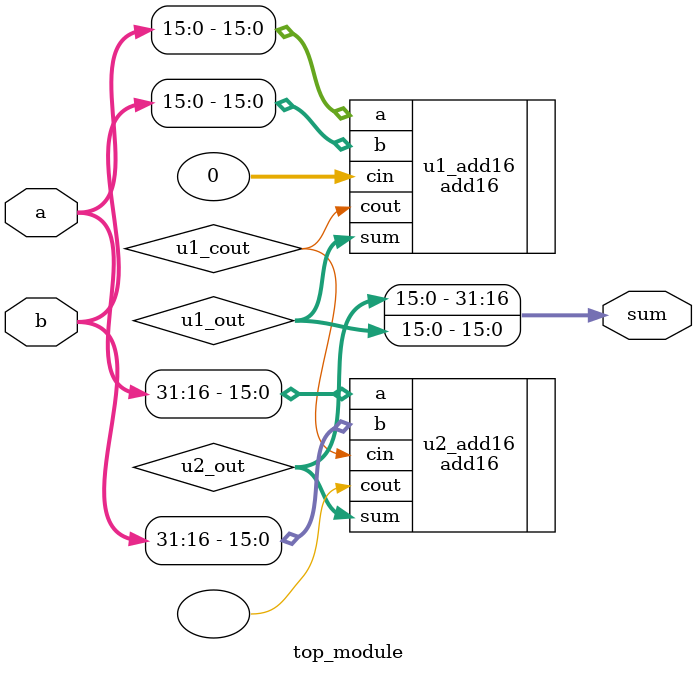
<source format=v>
module top_module(
    input [31:0] a,
    input [31:0] b,
    output [31:0] sum
);

wire u1_cout;
wire [15:0] u1_out;
wire [15:0] u2_out;

add16 u1_add16(
    .cin(0),
    .a(a[15:0]),
    .b(b[15:0]),
    .cout(u1_cout),
    .sum(u1_out)
);

add16 u2_add16(
    .cin(u1_cout),
    .a(a[31:16]),
    .b(b[31:16]),
    .cout(),
    .sum(u2_out)
);

assign sum = {{u2_out},{u1_out}};
endmodule

</source>
